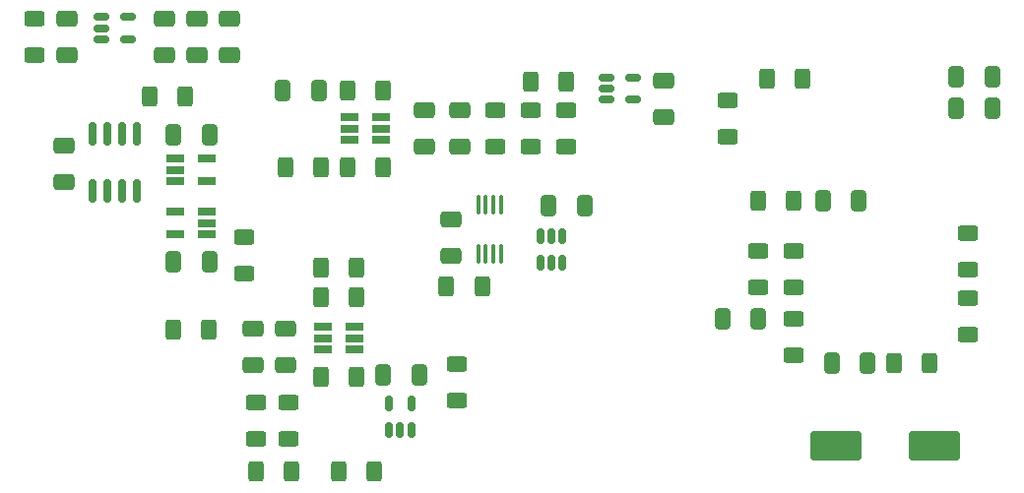
<source format=gtp>
G04 #@! TF.GenerationSoftware,KiCad,Pcbnew,(6.0.10)*
G04 #@! TF.CreationDate,2023-02-17T11:11:42-03:00*
G04 #@! TF.ProjectId,TimeInterval_FrontEnd,54696d65-496e-4746-9572-76616c5f4672,rev?*
G04 #@! TF.SameCoordinates,Original*
G04 #@! TF.FileFunction,Paste,Top*
G04 #@! TF.FilePolarity,Positive*
%FSLAX46Y46*%
G04 Gerber Fmt 4.6, Leading zero omitted, Abs format (unit mm)*
G04 Created by KiCad (PCBNEW (6.0.10)) date 2023-02-17 11:11:42*
%MOMM*%
%LPD*%
G01*
G04 APERTURE LIST*
G04 Aperture macros list*
%AMRoundRect*
0 Rectangle with rounded corners*
0 $1 Rounding radius*
0 $2 $3 $4 $5 $6 $7 $8 $9 X,Y pos of 4 corners*
0 Add a 4 corners polygon primitive as box body*
4,1,4,$2,$3,$4,$5,$6,$7,$8,$9,$2,$3,0*
0 Add four circle primitives for the rounded corners*
1,1,$1+$1,$2,$3*
1,1,$1+$1,$4,$5*
1,1,$1+$1,$6,$7*
1,1,$1+$1,$8,$9*
0 Add four rect primitives between the rounded corners*
20,1,$1+$1,$2,$3,$4,$5,0*
20,1,$1+$1,$4,$5,$6,$7,0*
20,1,$1+$1,$6,$7,$8,$9,0*
20,1,$1+$1,$8,$9,$2,$3,0*%
G04 Aperture macros list end*
%ADD10RoundRect,0.250000X-0.412500X-0.650000X0.412500X-0.650000X0.412500X0.650000X-0.412500X0.650000X0*%
%ADD11RoundRect,0.250000X0.400000X0.625000X-0.400000X0.625000X-0.400000X-0.625000X0.400000X-0.625000X0*%
%ADD12RoundRect,0.250000X-0.400000X-0.625000X0.400000X-0.625000X0.400000X0.625000X-0.400000X0.625000X0*%
%ADD13RoundRect,0.250000X-0.625000X0.400000X-0.625000X-0.400000X0.625000X-0.400000X0.625000X0.400000X0*%
%ADD14RoundRect,0.250000X0.625000X-0.400000X0.625000X0.400000X-0.625000X0.400000X-0.625000X-0.400000X0*%
%ADD15R,1.560000X0.650000*%
%ADD16RoundRect,0.100000X-0.100000X0.712500X-0.100000X-0.712500X0.100000X-0.712500X0.100000X0.712500X0*%
%ADD17RoundRect,0.150000X0.150000X-0.512500X0.150000X0.512500X-0.150000X0.512500X-0.150000X-0.512500X0*%
%ADD18RoundRect,0.150000X-0.512500X-0.150000X0.512500X-0.150000X0.512500X0.150000X-0.512500X0.150000X0*%
%ADD19RoundRect,0.250000X-0.650000X0.412500X-0.650000X-0.412500X0.650000X-0.412500X0.650000X0.412500X0*%
%ADD20RoundRect,0.250000X0.412500X0.650000X-0.412500X0.650000X-0.412500X-0.650000X0.412500X-0.650000X0*%
%ADD21RoundRect,0.250000X0.650000X-0.412500X0.650000X0.412500X-0.650000X0.412500X-0.650000X-0.412500X0*%
%ADD22RoundRect,0.250000X1.950000X1.000000X-1.950000X1.000000X-1.950000X-1.000000X1.950000X-1.000000X0*%
%ADD23RoundRect,0.150000X0.150000X-0.825000X0.150000X0.825000X-0.150000X0.825000X-0.150000X-0.825000X0*%
G04 APERTURE END LIST*
D10*
X180047500Y-69977000D03*
X183172500Y-69977000D03*
X180047500Y-72644000D03*
X183172500Y-72644000D03*
D11*
X139345000Y-88011000D03*
X136245000Y-88011000D03*
D12*
X163804000Y-70104000D03*
X166904000Y-70104000D03*
D13*
X160401000Y-71983000D03*
X160401000Y-75083000D03*
D14*
X137160000Y-97816000D03*
X137160000Y-94716000D03*
D15*
X128350000Y-93406000D03*
X128350000Y-92456000D03*
X128350000Y-91506000D03*
X125650000Y-91506000D03*
X125650000Y-92456000D03*
X125650000Y-93406000D03*
D16*
X140929000Y-80945500D03*
X140279000Y-80945500D03*
X139629000Y-80945500D03*
X138979000Y-80945500D03*
X138979000Y-85170500D03*
X139629000Y-85170500D03*
X140279000Y-85170500D03*
X140929000Y-85170500D03*
D12*
X163033000Y-80645000D03*
X166133000Y-80645000D03*
D10*
X112737500Y-74930000D03*
X115862500Y-74930000D03*
D11*
X130836000Y-71120000D03*
X127736000Y-71120000D03*
D13*
X146558000Y-72872000D03*
X146558000Y-75972000D03*
D14*
X143510000Y-75972000D03*
X143510000Y-72872000D03*
D12*
X119862000Y-103886000D03*
X122962000Y-103886000D03*
D17*
X131318000Y-100319000D03*
X132268000Y-100319000D03*
X133218000Y-100319000D03*
X133218000Y-98044000D03*
X131318000Y-98044000D03*
D18*
X149992500Y-70030000D03*
X149992500Y-70980000D03*
X149992500Y-71930000D03*
X152267500Y-71930000D03*
X152267500Y-70030000D03*
D15*
X127936000Y-73472000D03*
X127936000Y-74422000D03*
X127936000Y-75372000D03*
X130636000Y-75372000D03*
X130636000Y-74422000D03*
X130636000Y-73472000D03*
D19*
X154940000Y-70319500D03*
X154940000Y-73444500D03*
D11*
X146584000Y-70358000D03*
X143484000Y-70358000D03*
D14*
X118872000Y-86894000D03*
X118872000Y-83794000D03*
D19*
X136652000Y-82257500D03*
X136652000Y-85382500D03*
D12*
X112750000Y-91694000D03*
X115850000Y-91694000D03*
D20*
X115862500Y-85852000D03*
X112737500Y-85852000D03*
D14*
X163059000Y-88037000D03*
X163059000Y-84937000D03*
D21*
X117602000Y-68110500D03*
X117602000Y-64985500D03*
D14*
X181093000Y-92101000D03*
X181093000Y-89001000D03*
D21*
X134366000Y-75984500D03*
X134366000Y-72859500D03*
D14*
X119888000Y-101118000D03*
X119888000Y-98018000D03*
D17*
X144338000Y-85973500D03*
X145288000Y-85973500D03*
X146238000Y-85973500D03*
X146238000Y-83698500D03*
X145288000Y-83698500D03*
X144338000Y-83698500D03*
D10*
X159972500Y-90805000D03*
X163097500Y-90805000D03*
D14*
X140462000Y-75972000D03*
X140462000Y-72872000D03*
D13*
X166107000Y-84937000D03*
X166107000Y-88037000D03*
X166107000Y-90779000D03*
X166107000Y-93879000D03*
D11*
X125502000Y-77724000D03*
X122402000Y-77724000D03*
X130836000Y-77724000D03*
X127736000Y-77724000D03*
D19*
X119634000Y-91655500D03*
X119634000Y-94780500D03*
D12*
X125450000Y-88900000D03*
X128550000Y-88900000D03*
D15*
X112950000Y-77028000D03*
X112950000Y-77978000D03*
X112950000Y-78928000D03*
X115650000Y-78928000D03*
X115650000Y-77028000D03*
D21*
X103378000Y-79032500D03*
X103378000Y-75907500D03*
X137414000Y-75984500D03*
X137414000Y-72859500D03*
D13*
X100838000Y-64998000D03*
X100838000Y-68098000D03*
D20*
X172495500Y-94615000D03*
X169370500Y-94615000D03*
D19*
X122428000Y-91655500D03*
X122428000Y-94780500D03*
D10*
X144995500Y-81026000D03*
X148120500Y-81026000D03*
D11*
X128550000Y-86360000D03*
X125450000Y-86360000D03*
D21*
X112014000Y-68110500D03*
X112014000Y-64985500D03*
D14*
X181093000Y-86513000D03*
X181093000Y-83413000D03*
D18*
X106558500Y-64836000D03*
X106558500Y-65786000D03*
X106558500Y-66736000D03*
X108833500Y-66736000D03*
X108833500Y-64836000D03*
D14*
X122682000Y-101118000D03*
X122682000Y-98018000D03*
D11*
X113818000Y-71628000D03*
X110718000Y-71628000D03*
D22*
X178181000Y-101727000D03*
X169781000Y-101727000D03*
D23*
X105856000Y-79818000D03*
X107126000Y-79818000D03*
X108396000Y-79818000D03*
X109666000Y-79818000D03*
X109666000Y-74868000D03*
X108396000Y-74868000D03*
X107126000Y-74868000D03*
X105856000Y-74868000D03*
D12*
X126974000Y-103886000D03*
X130074000Y-103886000D03*
D10*
X168608500Y-80645000D03*
X171733500Y-80645000D03*
X130771500Y-95625500D03*
X133896500Y-95625500D03*
D21*
X103632000Y-68110500D03*
X103632000Y-64985500D03*
D12*
X174717000Y-94615000D03*
X177817000Y-94615000D03*
D10*
X122135500Y-71120000D03*
X125260500Y-71120000D03*
D21*
X114808000Y-68110500D03*
X114808000Y-64985500D03*
D12*
X125450000Y-95758000D03*
X128550000Y-95758000D03*
D15*
X115650000Y-83500000D03*
X115650000Y-82550000D03*
X115650000Y-81600000D03*
X112950000Y-81600000D03*
X112950000Y-83500000D03*
M02*

</source>
